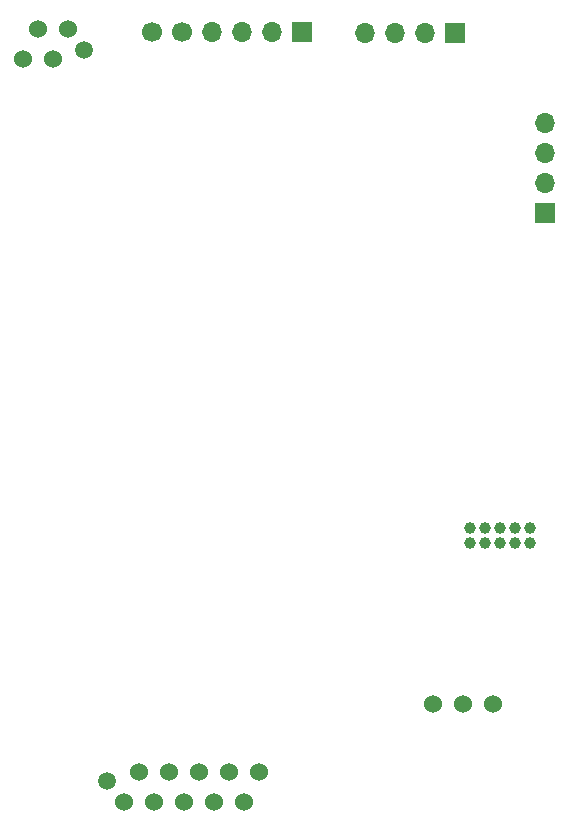
<source format=gbr>
G04 #@! TF.GenerationSoftware,KiCad,Pcbnew,(5.1.4-0)*
G04 #@! TF.CreationDate,2021-02-17T15:57:59+01:00*
G04 #@! TF.ProjectId,DCU,4443552e-6b69-4636-9164-5f7063625858,rev?*
G04 #@! TF.SameCoordinates,Original*
G04 #@! TF.FileFunction,Soldermask,Bot*
G04 #@! TF.FilePolarity,Negative*
%FSLAX46Y46*%
G04 Gerber Fmt 4.6, Leading zero omitted, Abs format (unit mm)*
G04 Created by KiCad (PCBNEW (5.1.4-0)) date 2021-02-17 15:57:59*
%MOMM*%
%LPD*%
G04 APERTURE LIST*
%ADD10C,1.500000*%
%ADD11C,1.524000*%
%ADD12O,1.700000X1.700000*%
%ADD13R,1.700000X1.700000*%
%ADD14C,1.700000*%
%ADD15C,1.000000*%
G04 APERTURE END LIST*
D10*
X133310000Y-69050000D03*
D11*
X128100000Y-69790000D03*
X129370000Y-67250000D03*
X130640000Y-69790000D03*
X131910000Y-67250000D03*
D12*
X172350000Y-75260000D03*
X172350000Y-77800000D03*
X172350000Y-80340000D03*
D13*
X172350000Y-82880000D03*
D12*
X157100000Y-67650000D03*
X159640000Y-67650000D03*
X162180000Y-67650000D03*
D13*
X164720000Y-67650000D03*
X151730000Y-67520000D03*
D12*
X149190000Y-67520000D03*
X146650000Y-67520000D03*
X144110000Y-67520000D03*
D14*
X141570000Y-67520000D03*
X139030000Y-67520000D03*
D11*
X148080000Y-130210000D03*
X146810000Y-132750000D03*
X145540000Y-130210000D03*
X144270000Y-132750000D03*
D10*
X135250000Y-130950000D03*
D11*
X143000000Y-130210000D03*
X141730000Y-132750000D03*
X140460000Y-130210000D03*
X139190000Y-132750000D03*
X137920000Y-130210000D03*
X136650000Y-132750000D03*
D15*
X166018000Y-110832000D03*
X166018000Y-109562000D03*
X167288000Y-110832000D03*
X167288000Y-109562000D03*
X168558000Y-110832000D03*
X168558000Y-109562000D03*
X169828000Y-110832000D03*
X169828000Y-109562000D03*
X171098000Y-110832000D03*
X171098000Y-109562000D03*
D11*
X162885000Y-124400000D03*
X165425000Y-124400000D03*
X167965000Y-124400000D03*
M02*

</source>
